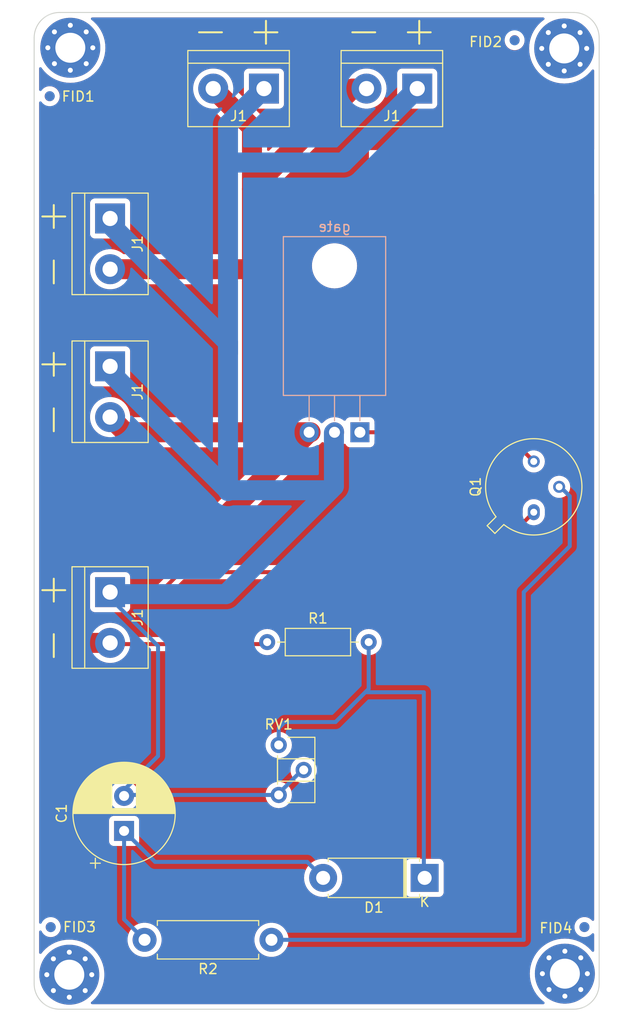
<source format=kicad_pcb>
(kicad_pcb (version 20240108) (generator "pcbnew") (generator_version "8.0")
  (layers (0 "F.Cu" signal) (31 "B.Cu" signal) (34 "B.Paste" user) (35 "F.Paste" user) (36 "B.SilkS" user "B.Silkscreen") (37 "F.SilkS" user "F.Silkscreen") (38 "B.Mask" user) (39 "F.Mask" user) (44 "Edge.Cuts" user))
  (net 0 "")
  (net 1 "Fire-Sensor-GND")
  (net 2 "Net-C1")
  (net 3 "Net-D1")
  (net 4 "VCC")
  (net 5 "Net-Fire-Signal-Shutoff")
  (net 6 "GND")
  (footprint "TerminalBlock:TerminalBlock_bornier-2_P5.08mm" (layer "F.Cu") (at 134.74 48.8 180)
    (property "Reference" "J1")
    (property "Value" "282837-2")
  )
  (footprint "TerminalBlock:TerminalBlock_bornier-2_P5.08mm" (layer "F.Cu") (at 104 61.8 -90)
    (property "Reference" "J1")
    (property "Value" "282837-2")
  )
  (footprint "Resistor_THT:R_Axial_DIN0207_L6.3mm_D2.5mm_P10.16mm_Horizontal" (layer "F.Cu") (at 119.72 104.2)
    (property "Reference" "R1")
    (property "Value" "RES 5K ")
  )
  (footprint "Resistor_THT:R_Axial_DIN0411_L9.9mm_D3.6mm_P12.70mm_Horizontal" (layer "F.Cu") (at 120.15 134 180)
    (property "Reference" "R2")
    (property "Value" "33K")
  )
  (footprint "Fiducial:Fiducial_1mm_Mask2mm" (layer "F.Cu") (at 97.951949 49.565349)
    (property "Reference" "FID1")
    (property "Value" "Fiducial")
  )
  (footprint "Package_TO_SOT_THT:TO-39-3" (layer "F.Cu") (at 146.4 91.2 90)
    (property "Reference" "Q1")
    (property "Value" "  FLAME SENSOR")
  )
  (footprint "Fiducial:Fiducial_1mm_Mask2mm" (layer "F.Cu") (at 98.053549 132.724949)
    (property "Reference" "FID3")
    (property "Value" "Fiducial")
  )
  (footprint "TerminalBlock:TerminalBlock_bornier-2_P5.08mm" (layer "F.Cu") (at 104 76.6 -90)
    (property "Reference" "J1")
    (property "Value" "282837-2")
  )
  (footprint "Diode_THT:D_5W_P10.16mm_Horizontal" (layer "F.Cu") (at 135.48 127.8 180)
    (property "Reference" "D1")
    (property "Value" "1N4007")
  )
  (footprint "Footprints:logo" (layer "F.Cu") (at 142.2 72.4)
    (property "Reference" "G***" (hide yes))
    (property "Value" "LOGO" (hide yes))
  )
  (footprint "TerminalBlock:TerminalBlock_bornier-2_P5.08mm" (layer "F.Cu") (at 104 99.2 -90)
    (property "Reference" "J1")
    (property "Value" "282837-2")
  )
  (footprint "Potentiometer_THT:Potentiometer_ACP_CA6-H2,5_Horizontal" (layer "F.Cu") (at 120.875 114.5)
    (property "Reference" "RV1")
    (property "Value" "TRIMMER ")
  )
  (footprint "MountingHole:MountingHole_3mm_Pad_Via" (layer "F.Cu") (at 99.916959 137.490939)
    (property "Reference" "H10")
    (property "Value" "MountingHole_Pad")
  )
  (footprint "Footprints:logo" (layer "F.Cu") (at 142.2 72.4)
    (property "Reference" "G***" (hide yes))
    (property "Value" "LOGO" (hide yes))
  )
  (footprint "MountingHole:MountingHole_3mm_Pad_Via" (layer "F.Cu") (at 100.019949 44.713949)
    (property "Reference" "H8" (hide yes))
    (property "Value" "MountingHole_Pad")
  )
  (footprint "TerminalBlock:TerminalBlock_bornier-2_P5.08mm" (layer "F.Cu") (at 119.4 48.8 180)
    (property "Reference" "J1")
    (property "Value" "282837-2")
  )
  (footprint "Fiducial:Fiducial_1mm_Mask2mm" (layer "F.Cu") (at 144.484749 43.951949)
    (property "Reference" "FID2")
    (property "Value" "Fiducial")
  )
  (footprint "Fiducial:Fiducial_1mm_Mask2mm" (layer "F.Cu") (at 151.469749 132.724949)
    (property "Reference" "FID4")
    (property "Value" "Fiducial")
  )
  (footprint "Capacitor_THT:CP_Radial_D10.0mm_P3.50mm" (layer "F.Cu") (at 105.4 123.1 90)
    (property "Reference" "C1")
    (property "Value" "10uF")
  )
  (footprint "MountingHole:MountingHole_3mm_Pad_Via" (layer "F.Cu") (at 149.513949 137.387949)
    (property "Reference" "H9")
    (property "Value" "MountingHole_Pad")
  )
  (footprint "MountingHole:MountingHole_3mm_Pad_Via" (layer "F.Cu") (at 149.446959 44.780939)
    (property "Reference" "H7")
    (property "Value" "MountingHole_Pad")
  )
  (footprint "Fiducial:Fiducial_1mm_Mask2mm" (layer "B.Cu") (at 151.471949 132.719949 180)
    (property "Reference" "FID7" (hide yes))
    (property "Value" "Fiducial")
  )
  (footprint "Fiducial:Fiducial_1mm_Mask2mm" (layer "B.Cu") (at 144.481949 43.969949 180)
    (property "Reference" "FID5" (hide yes))
    (property "Value" "Fiducial")
  )
  (footprint "Fiducial:Fiducial_1mm_Mask2mm" (layer "B.Cu") (at 97.961949 49.559949 180)
    (property "Reference" "FID6" (hide yes))
    (property "Value" "Fiducial")
  )
  (footprint "Package_TO_SOT_THT:TO-220-3_Horizontal_TabDown" (layer "B.Cu") (at 129 83.2 180)
    (property "Reference" "gate")
    (property "Value" "MOSFET")
  )
  (footprint "Fiducial:Fiducial_1mm_Mask2mm" (layer "B.Cu") (at 98.061949 132.729949 180)
    (property "Reference" "FID8" (hide yes))
    (property "Value" "Fiducial")
  )
  (gr_line (start 98.940949 41.181949) (end 150.403949 41.181949) (stroke (width 0.1)) (layer "Edge.Cuts"))
  (gr_arc (start 96.400949 43.721949) (mid 97.144898 41.925898) (end 98.940949 41.181949) (stroke (width 0.1)) (layer "Edge.Cuts"))
  (gr_line (start 152.943949 43.721949) (end 152.943949 138.403949) (stroke (width 0.1)) (layer "Edge.Cuts"))
  (gr_line (start 150.403949 140.943949) (end 98.940949 140.943949) (stroke (width 0.1)) (layer "Edge.Cuts"))
  (gr_arc (start 98.940949 140.943949) (mid 97.144898 140.2) (end 96.400949 138.403949) (stroke (width 0.1)) (layer "Edge.Cuts"))
  (gr_arc (start 150.403949 41.181949) (mid 152.2 41.925898) (end 152.943949 43.721949) (stroke (width 0.1)) (layer "Edge.Cuts"))
  (gr_line (start 96.400949 43.721949) (end 96.400949 138.403949) (stroke (width 0.1)) (layer "Edge.Cuts"))
  (gr_arc (start 152.943949 138.403949) (mid 152.2 140.2) (end 150.403949 140.943949) (stroke (width 0.1)) (layer "Edge.Cuts"))
  (gr_text "V1" (at 146.4 63.6 0) (layer "F.Cu") (effects (font (size 3 3) (thickness 0.3)) (justify left bottom)))
  (gr_text "QuadAxe" (at 133.4 63.2 0) (layer "F.Cu") (effects (font (size 2 2) (thickness 0.3)) (justify left bottom)))
  (gr_text "SafeMiner" (at 129.8 59 0) (layer "F.Cu") (effects (font (size 3 3) (thickness 0.3)) (justify left bottom)))
  (gr_text "+" (at 98.6 61.6 -90) (layer "F.SilkS") (effects (font (size 3 3) (thickness 0.2)) (justify mirror)))
  (gr_text "+" (at 98.6 76.4 -90) (layer "F.SilkS") (effects (font (size 3 3) (thickness 0.2)) (justify mirror)))
  (gr_text "+" (at 119.6 43.4 180) (layer "F.SilkS") (effects (font (size 3 3) (thickness 0.2)) (justify mirror)))
  (gr_text "+" (at 98.6 99 -90) (layer "F.SilkS") (effects (font (size 3 3) (thickness 0.2)) (justify mirror)))
  (gr_text "-" (at 129.388375 43.4 180) (layer "F.SilkS") (effects (font (size 3 3) (thickness 0.2)) (justify mirror)))
  (gr_text "-" (at 98.6 104.551625 -90) (layer "F.SilkS") (effects (font (size 3 3) (thickness 0.2)) (justify mirror)))
  (gr_text "+" (at 134.94 43.4 180) (layer "F.SilkS") (effects (font (size 3 3) (thickness 0.2)) (justify mirror)))
  (gr_text "-" (at 98.6 81.951625 -90) (layer "F.SilkS") (effects (font (size 3 3) (thickness 0.2)) (justify mirror)))
  (gr_text "-" (at 114.048375 43.4 180) (layer "F.SilkS") (effects (font (size 3 3) (thickness 0.2)) (justify mirror)))
  (gr_text "-" (at 98.6 67.151625 -90) (layer "F.SilkS") (effects (font (size 3 3) (thickness 0.2)) (justify mirror)))
  (segment (start 149 88.6) (end 150 89.6) (width 0.4) (layer "B.Cu") (net 1))
  (segment (start 145.4 134) (end 120.15 134) (width 0.4) (layer "B.Cu") (net 1))
  (segment (start 145.4 99.2) (end 145.4 134) (width 0.4) (layer "B.Cu") (net 1))
  (segment (start 150 89.6) (end 150 94.6) (width 0.4) (layer "B.Cu") (net 1))
  (segment (start 150 94.6) (end 145.4 99.2) (width 0.4) (layer "B.Cu") (net 1))
  (segment (start 105.4 131.95) (end 107.45 134) (width 0.4) (layer "B.Cu") (net 2))
  (segment (start 108.5 126.2) (end 123.72 126.2) (width 0.4) (layer "B.Cu") (net 2))
  (segment (start 105.4 123.1) (end 105.4 131.95) (width 0.4) (layer "B.Cu") (net 2))
  (segment (start 105.4 123.1) (end 108.5 126.2) (width 0.4) (layer "B.Cu") (net 2))
  (segment (start 123.72 126.2) (end 125.32 127.8) (width 0.4) (layer "B.Cu") (net 2))
  (segment (start 120.875 112.805) (end 120.875 114.5) (width 0.4) (layer "B.Cu") (net 3))
  (segment (start 126.56 112.2) (end 121.48 112.2) (width 0.4) (layer "B.Cu") (net 3))
  (segment (start 129.88 108.88) (end 129.54 109.22) (width 0.4) (layer "B.Cu") (net 3))
  (segment (start 129.88 104.2) (end 129.88 108.88) (width 0.4) (layer "B.Cu") (net 3))
  (segment (start 135.4 127.72) (end 135.4 109.22) (width 0.4) (layer "B.Cu") (net 3))
  (segment (start 135.4 109.22) (end 129.54 109.22) (width 0.4) (layer "B.Cu") (net 3))
  (segment (start 121.48 112.2) (end 120.875 112.805) (width 0.4) (layer "B.Cu") (net 3))
  (segment (start 129.54 109.22) (end 126.56 112.2) (width 0.4) (layer "B.Cu") (net 3))
  (segment (start 103.4 99.2) (end 109.0425 99.2) (width 0.4) (layer "F.Cu") (net 4))
  (segment (start 109.0425 99.2) (end 111.0425 97.2) (width 0.4) (layer "F.Cu") (net 4))
  (segment (start 111.0425 97.2) (end 140.4 97.2) (width 0.4) (layer "F.Cu") (net 4))
  (segment (start 140.4 97.2) (end 146.4 91.2) (width 0.4) (layer "F.Cu") (net 4))
  (segment (start 108.8 104.6) (end 108.8 115.6) (width 0.4) (layer "B.Cu") (net 4))
  (segment (start 104 61.8) (end 104 62.4) (width 2) (layer "B.Cu") (net 4))
  (segment (start 108.8 115.6) (end 105.4 119) (width 0.4) (layer "B.Cu") (net 4))
  (segment (start 126.4 83.26) (end 126.4 88.6) (width 2) (layer "B.Cu") (net 4))
  (segment (start 115.8 52.4) (end 115.8 75.285) (width 2) (layer "B.Cu") (net 4))
  (segment (start 126 89) (end 115.8 89) (width 2) (layer "B.Cu") (net 4))
  (segment (start 134.74 48.8) (end 127.34 56.2) (width 2) (layer "B.Cu") (net 4))
  (segment (start 120.625 119.6) (end 123.225 117) (width 0.4) (layer "B.Cu") (net 4))
  (segment (start 127.34 56.2) (end 115.9 56.2) (width 2) (layer "B.Cu") (net 4))
  (segment (start 103.4 99.2) (end 108.8 104.6) (width 0.4) (layer "B.Cu") (net 4))
  (segment (start 115.8 89) (end 104 77.2) (width 2) (layer "B.Cu") (net 4))
  (segment (start 115.8 74.2) (end 115.8 89.085) (width 2) (layer "B.Cu") (net 4))
  (segment (start 104 77.2) (end 104 76.6) (width 2) (layer "B.Cu") (net 4))
  (segment (start 104 62.4) (end 115.8 74.2) (width 2) (layer "B.Cu") (net 4))
  (segment (start 105.5 119.5) (end 120.875 119.5) (width 0.4) (layer "B.Cu") (net 4))
  (segment (start 126.4 88.6) (end 115.6 99.4) (width 2) (layer "B.Cu") (net 4))
  (segment (start 119.4 48.8) (end 115.8 52.4) (width 2) (layer "B.Cu") (net 4))
  (segment (start 115.6 99.4) (end 104.4 99.4) (width 2) (layer "B.Cu") (net 4))
  (segment (start 126.2 88.8) (end 126 89) (width 0.4) (layer "B.Cu") (net 4))
  (segment (start 129 83.2) (end 143.48 83.2) (width 0.4) (layer "F.Cu") (net 5))
  (segment (start 143.48 83.2) (end 146.4 86.12) (width 0.4) (layer "F.Cu") (net 5))
  (segment (start 128.26 48.8) (end 118.2 58.86) (width 2) (layer "F.Cu") (net 6))
  (segment (start 129.66 48.8) (end 128.26 48.8) (width 2) (layer "F.Cu") (net 6))
  (segment (start 124.06 83.2) (end 105.52 83.2) (width 2) (layer "F.Cu") (net 6))
  (segment (start 98.8 95.6) (end 98.8 104.28) (width 2) (layer "F.Cu") (net 6))
  (segment (start 100.2 94.2) (end 98.8 95.6) (width 2) (layer "F.Cu") (net 6))
  (segment (start 103.52 104.4) (end 119.52 104.4) (width 0.4) (layer "F.Cu") (net 6))
  (segment (start 123.92 83.2) (end 112.92 94.2) (width 2) (layer "F.Cu") (net 6))
  (segment (start 105.52 83.2) (end 104 81.68) (width 2) (layer "F.Cu") (net 6))
  (segment (start 118.2 66.88) (end 104 66.88) (width 2) (layer "F.Cu") (net 6))
  (segment (start 114.32 48.8) (end 118.2 52.68) (width 2) (layer "F.Cu") (net 6))
  (segment (start 112.92 94.2) (end 100.2 94.2) (width 2) (layer "F.Cu") (net 6))
  (segment (start 118.2 52.68) (end 118.2 83.04) (width 2) (layer "F.Cu") (net 6))
  (segment (start 98.8 104.28) (end 104 104.28) (width 2) (layer "F.Cu") (net 6))
  (zone (net 0) (net_name "") (layer "F.Cu") (connect_pads (clearance 0.508)) (min_thickness 0.254) (fill yes (thermal_gap 0.508) (thermal_bridge_width 0.508))
    (polygon (pts (xy 152.98 141.08) (xy 96.34 141.08) (xy 96.4 41.2) (xy 153.2 41.2)))
  )
  (zone (net 0) (net_name "") (layer "B.Cu") (connect_pads (clearance 0.508)) (min_thickness 0.254) (fill yes (thermal_gap 0.508) (thermal_bridge_width 0.508))
    (polygon (pts (xy 153 141.2) (xy 96.4 141) (xy 96.4 41.2) (xy 153.18 41.2)))
  )
)
</source>
